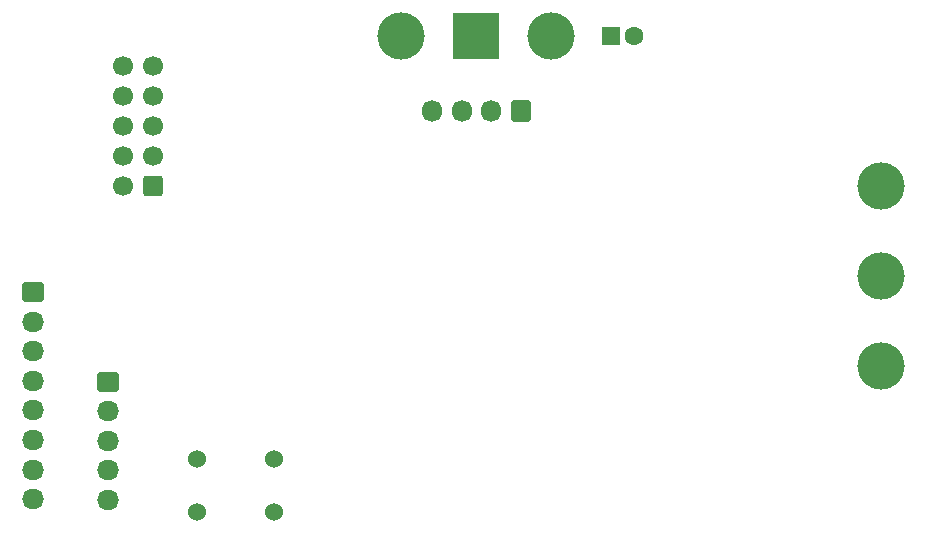
<source format=gbr>
G04 #@! TF.GenerationSoftware,KiCad,Pcbnew,(6.0.7)*
G04 #@! TF.CreationDate,2023-09-02T21:04:06+09:00*
G04 #@! TF.ProjectId,MD_DRV8332,4d445f44-5256-4383-9333-322e6b696361,rev?*
G04 #@! TF.SameCoordinates,Original*
G04 #@! TF.FileFunction,Soldermask,Bot*
G04 #@! TF.FilePolarity,Negative*
%FSLAX46Y46*%
G04 Gerber Fmt 4.6, Leading zero omitted, Abs format (unit mm)*
G04 Created by KiCad (PCBNEW (6.0.7)) date 2023-09-02 21:04:06*
%MOMM*%
%LPD*%
G01*
G04 APERTURE LIST*
G04 Aperture macros list*
%AMRoundRect*
0 Rectangle with rounded corners*
0 $1 Rounding radius*
0 $2 $3 $4 $5 $6 $7 $8 $9 X,Y pos of 4 corners*
0 Add a 4 corners polygon primitive as box body*
4,1,4,$2,$3,$4,$5,$6,$7,$8,$9,$2,$3,0*
0 Add four circle primitives for the rounded corners*
1,1,$1+$1,$2,$3*
1,1,$1+$1,$4,$5*
1,1,$1+$1,$6,$7*
1,1,$1+$1,$8,$9*
0 Add four rect primitives between the rounded corners*
20,1,$1+$1,$2,$3,$4,$5,0*
20,1,$1+$1,$4,$5,$6,$7,0*
20,1,$1+$1,$6,$7,$8,$9,0*
20,1,$1+$1,$8,$9,$2,$3,0*%
G04 Aperture macros list end*
%ADD10C,1.524000*%
%ADD11RoundRect,0.250000X-0.675000X0.600000X-0.675000X-0.600000X0.675000X-0.600000X0.675000X0.600000X0*%
%ADD12O,1.850000X1.700000*%
%ADD13C,4.000000*%
%ADD14RoundRect,0.250000X0.600000X0.675000X-0.600000X0.675000X-0.600000X-0.675000X0.600000X-0.675000X0*%
%ADD15O,1.700000X1.850000*%
%ADD16R,1.600000X1.600000*%
%ADD17C,1.600000*%
%ADD18RoundRect,0.250000X0.600000X0.600000X-0.600000X0.600000X-0.600000X-0.600000X0.600000X-0.600000X0*%
%ADD19C,1.700000*%
%ADD20R,4.000000X4.000000*%
G04 APERTURE END LIST*
D10*
X123900000Y-144490000D03*
X117400000Y-144490000D03*
X123900000Y-139990000D03*
X117400000Y-139990000D03*
D11*
X109840000Y-133430000D03*
D12*
X109840000Y-135930000D03*
X109840000Y-138430000D03*
X109840000Y-140930000D03*
X109840000Y-143430000D03*
D13*
X175260000Y-132080000D03*
D11*
X103490000Y-125870000D03*
D12*
X103490000Y-128370000D03*
X103490000Y-130870000D03*
X103490000Y-133370000D03*
X103490000Y-135870000D03*
X103490000Y-138370000D03*
X103490000Y-140870000D03*
X103490000Y-143370000D03*
D14*
X144780000Y-110490000D03*
D15*
X142280000Y-110490000D03*
X139780000Y-110490000D03*
X137280000Y-110490000D03*
D13*
X147320000Y-104140000D03*
D16*
X152400000Y-104140000D03*
D17*
X154400000Y-104140000D03*
D18*
X113647500Y-116840000D03*
D19*
X111107500Y-116840000D03*
X113647500Y-114300000D03*
X111107500Y-114300000D03*
X113647500Y-111760000D03*
X111107500Y-111760000D03*
X113647500Y-109220000D03*
X111107500Y-109220000D03*
X113647500Y-106680000D03*
X111107500Y-106680000D03*
D13*
X175260000Y-116840000D03*
X175260000Y-124460000D03*
D20*
X140970000Y-104140000D03*
D13*
X134620000Y-104140000D03*
M02*

</source>
